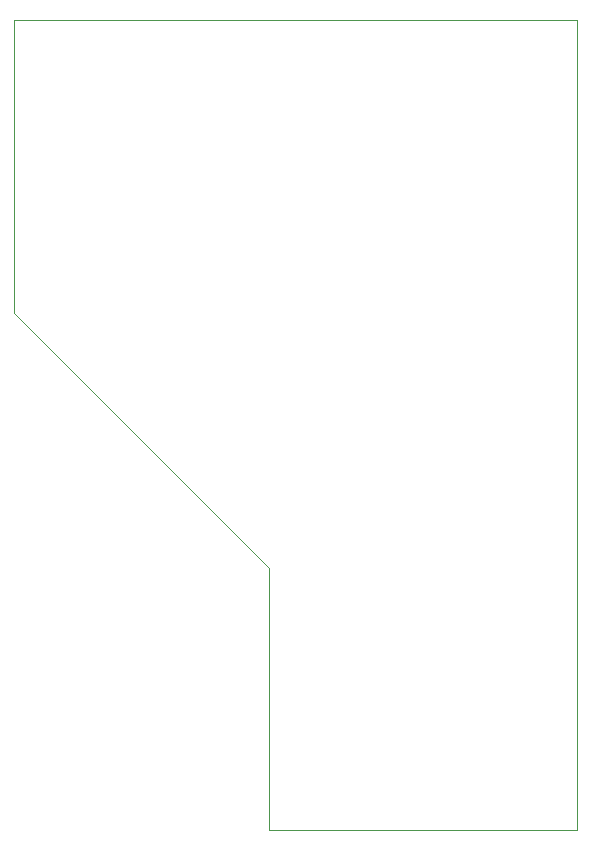
<source format=gbr>
%TF.GenerationSoftware,KiCad,Pcbnew,(5.1.6)-1*%
%TF.CreationDate,2022-01-11T18:37:24-04:00*%
%TF.ProjectId,LCD_adapter,4c43445f-6164-4617-9074-65722e6b6963,rev?*%
%TF.SameCoordinates,Original*%
%TF.FileFunction,Profile,NP*%
%FSLAX46Y46*%
G04 Gerber Fmt 4.6, Leading zero omitted, Abs format (unit mm)*
G04 Created by KiCad (PCBNEW (5.1.6)-1) date 2022-01-11 18:37:24*
%MOMM*%
%LPD*%
G01*
G04 APERTURE LIST*
%TA.AperFunction,Profile*%
%ADD10C,0.050000*%
%TD*%
G04 APERTURE END LIST*
D10*
X127635000Y-58420000D02*
X175260000Y-58420000D01*
X149225000Y-127000000D02*
X149225000Y-117475000D01*
X175260000Y-127000000D02*
X149225000Y-127000000D01*
X175260000Y-117475000D02*
X175260000Y-127000000D01*
X149225000Y-104775000D02*
X149225000Y-117475000D01*
X127635000Y-83185000D02*
X127635000Y-78740000D01*
X149225000Y-104775000D02*
X127635000Y-83185000D01*
X127635000Y-58420000D02*
X127635000Y-78740000D01*
X175260000Y-110490000D02*
X175260000Y-117475000D01*
X175260000Y-110490000D02*
X175260000Y-58420000D01*
M02*

</source>
